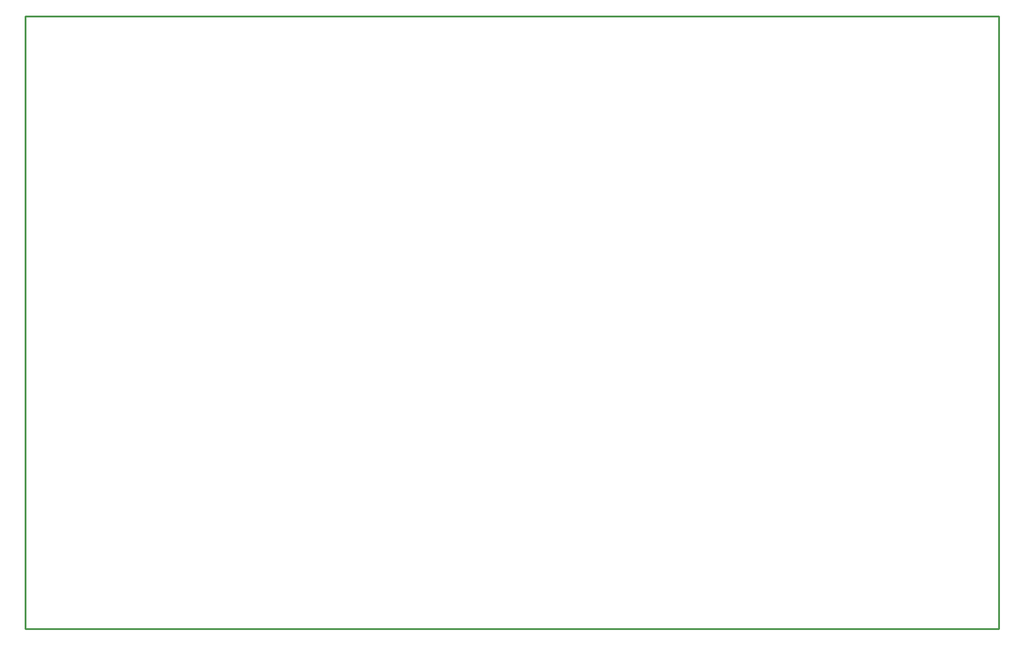
<source format=gko>
G04 Layer: BoardOutline*
G04 EasyEDA v5.9.42, Tue, 19 Feb 2019 02:49:18 GMT*
G04 6333967b838042d2a107bc752d40cc6d*
G04 Gerber Generator version 0.2*
G04 Scale: 100 percent, Rotated: No, Reflected: No *
G04 Dimensions in millimeters *
G04 leading zeros omitted , absolute positions ,3 integer and 3 decimal *
%FSLAX33Y33*%
%MOMM*%
G90*
G71D02*

%ADD10C,0.254000*%
G54D10*
G01X0Y86360D02*
G01X137160Y86360D01*
G01X137160Y0D01*
G01X0Y0D01*
G01X0Y86360D01*

%LPD*%
M00*
M02*

</source>
